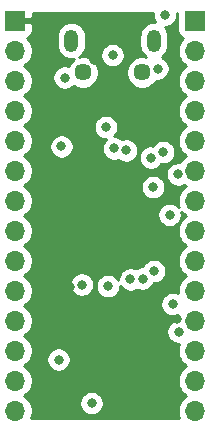
<source format=gbr>
%TF.GenerationSoftware,KiCad,Pcbnew,5.1.9-73d0e3b20d~88~ubuntu20.10.1*%
%TF.CreationDate,2021-02-02T19:11:44-06:00*%
%TF.ProjectId,serafino l432kc,73657261-6669-46e6-9f20-6c3433326b63,rev?*%
%TF.SameCoordinates,Original*%
%TF.FileFunction,Copper,L2,Inr*%
%TF.FilePolarity,Positive*%
%FSLAX46Y46*%
G04 Gerber Fmt 4.6, Leading zero omitted, Abs format (unit mm)*
G04 Created by KiCad (PCBNEW 5.1.9-73d0e3b20d~88~ubuntu20.10.1) date 2021-02-02 19:11:44*
%MOMM*%
%LPD*%
G01*
G04 APERTURE LIST*
%TA.AperFunction,ComponentPad*%
%ADD10O,1.700000X1.700000*%
%TD*%
%TA.AperFunction,ComponentPad*%
%ADD11R,1.700000X1.700000*%
%TD*%
%TA.AperFunction,ComponentPad*%
%ADD12C,1.450000*%
%TD*%
%TA.AperFunction,ComponentPad*%
%ADD13O,1.200000X1.900000*%
%TD*%
%TA.AperFunction,ViaPad*%
%ADD14C,0.800000*%
%TD*%
%TA.AperFunction,Conductor*%
%ADD15C,0.254000*%
%TD*%
%TA.AperFunction,Conductor*%
%ADD16C,0.100000*%
%TD*%
G04 APERTURE END LIST*
D10*
%TO.N,PA0*%
%TO.C,J3*%
X203962000Y-125349000D03*
%TO.N,LED0*%
X203962000Y-122809000D03*
%TO.N,LED1*%
X203962000Y-120269000D03*
%TO.N,PA3*%
X203962000Y-117729000D03*
%TO.N,SAI1_FS_B*%
X203962000Y-115189000D03*
%TO.N,SPI1_SCK*%
X203962000Y-112649000D03*
%TO.N,SPI1_MISO*%
X203962000Y-110109000D03*
%TO.N,SPI1_MOSI*%
X203962000Y-107569000D03*
%TO.N,SPI1_SS*%
X203962000Y-105029000D03*
%TO.N,PB1*%
X203962000Y-102489000D03*
%TO.N,CAN_RD*%
X203962000Y-99949000D03*
%TO.N,I2C1_SCL*%
X203962000Y-97409000D03*
%TO.N,I2C1_SDA*%
X203962000Y-94869000D03*
D11*
%TO.N,+3V3*%
X203962000Y-92329000D03*
%TD*%
%TO.N,GND*%
%TO.C,J2*%
X188722000Y-92329000D03*
D10*
%TO.N,VHIGH*%
X188722000Y-94869000D03*
%TO.N,CAN_TD*%
X188722000Y-97409000D03*
%TO.N,+VIN*%
X188722000Y-99949000D03*
%TO.N,SWDIO*%
X188722000Y-102489000D03*
%TO.N,SWCLK*%
X188722000Y-105029000D03*
%TO.N,PA15*%
X188722000Y-107569000D03*
%TO.N,SAI1_SCK_B*%
X188722000Y-110109000D03*
%TO.N,PB4*%
X188722000Y-112649000D03*
%TO.N,SAI1_SD_B*%
X188722000Y-115189000D03*
%TO.N,USART1_TX*%
X188722000Y-117729000D03*
%TO.N,USART1_RX*%
X188722000Y-120269000D03*
%TO.N,PA8*%
X188722000Y-122809000D03*
%TO.N,NRST*%
X188722000Y-125349000D03*
%TD*%
D12*
%TO.N,Net-(J1-Pad6)*%
%TO.C,J1*%
X199477000Y-96712500D03*
X194477000Y-96712500D03*
D13*
X200477000Y-94012500D03*
X193477000Y-94012500D03*
%TD*%
D14*
%TO.N,GND*%
X196469000Y-110236000D03*
X195326000Y-111379000D03*
X197612000Y-111379000D03*
X197612000Y-109220000D03*
X195326000Y-109220000D03*
X196476500Y-99695000D03*
X195389500Y-95631000D03*
X194578577Y-99104007D03*
X191135000Y-104076500D03*
X199245903Y-107860403D03*
X193392918Y-114877116D03*
X192087500Y-118491000D03*
X202438000Y-117602000D03*
X193040000Y-124587000D03*
%TO.N,NRST*%
X196574153Y-114804847D03*
X195199000Y-124714000D03*
%TO.N,+3V3*%
X197104000Y-103148998D03*
X196405500Y-101346000D03*
X200410814Y-106430814D03*
X194373500Y-114681000D03*
X201422000Y-91821000D03*
X202057000Y-116332000D03*
X192405000Y-121031000D03*
%TO.N,LED0*%
X199517000Y-114173000D03*
%TO.N,Net-(D2-Pad1)*%
X192913000Y-97155000D03*
X192651768Y-102973464D03*
%TO.N,Net-(J1-Pad6)*%
X200787000Y-96393000D03*
X196977000Y-95250000D03*
%TO.N,SPI1_MISO*%
X202578861Y-118663221D03*
%TO.N,PA0*%
X198496347Y-114224510D03*
%TO.N,I2C1_SCL*%
X201269600Y-103454200D03*
%TO.N,I2C1_SDA*%
X200227303Y-103927303D03*
%TO.N,LED1*%
X200469500Y-113538000D03*
%TO.N,PB1*%
X201803000Y-108775500D03*
%TO.N,PA8*%
X202528000Y-105333800D03*
%TO.N,CAN_TD*%
X198132967Y-103315637D03*
%TD*%
D15*
%TO.N,GND*%
X200387000Y-91719061D02*
X200387000Y-91922939D01*
X200426774Y-92122898D01*
X200504795Y-92311256D01*
X200585623Y-92432223D01*
X200477000Y-92421525D01*
X200234898Y-92445370D01*
X200002099Y-92515989D01*
X199787551Y-92630667D01*
X199599498Y-92784998D01*
X199445167Y-92973052D01*
X199330489Y-93187600D01*
X199259870Y-93420399D01*
X199242000Y-93601836D01*
X199242000Y-94423165D01*
X199259870Y-94604602D01*
X199330489Y-94837401D01*
X199445168Y-95051949D01*
X199599499Y-95240002D01*
X199776769Y-95385484D01*
X199610948Y-95352500D01*
X199343052Y-95352500D01*
X199080303Y-95404764D01*
X198832799Y-95507284D01*
X198610051Y-95656119D01*
X198420619Y-95845551D01*
X198271784Y-96068299D01*
X198169264Y-96315803D01*
X198117000Y-96578552D01*
X198117000Y-96846448D01*
X198169264Y-97109197D01*
X198271784Y-97356701D01*
X198420619Y-97579449D01*
X198610051Y-97768881D01*
X198832799Y-97917716D01*
X199080303Y-98020236D01*
X199343052Y-98072500D01*
X199610948Y-98072500D01*
X199873697Y-98020236D01*
X200121201Y-97917716D01*
X200343949Y-97768881D01*
X200533381Y-97579449D01*
X200640498Y-97419136D01*
X200685061Y-97428000D01*
X200888939Y-97428000D01*
X201088898Y-97388226D01*
X201277256Y-97310205D01*
X201446774Y-97196937D01*
X201590937Y-97052774D01*
X201704205Y-96883256D01*
X201782226Y-96694898D01*
X201822000Y-96494939D01*
X201822000Y-96291061D01*
X201782226Y-96091102D01*
X201704205Y-95902744D01*
X201590937Y-95733226D01*
X201446774Y-95589063D01*
X201277256Y-95475795D01*
X201128963Y-95414370D01*
X201166449Y-95394333D01*
X201354502Y-95240002D01*
X201508833Y-95051949D01*
X201623511Y-94837401D01*
X201694130Y-94604601D01*
X201712000Y-94423164D01*
X201712000Y-93601835D01*
X201694130Y-93420398D01*
X201623511Y-93187599D01*
X201508833Y-92973051D01*
X201412772Y-92856000D01*
X201523939Y-92856000D01*
X201723898Y-92816226D01*
X201912256Y-92738205D01*
X202081774Y-92624937D01*
X202225937Y-92480774D01*
X202339205Y-92311256D01*
X202417226Y-92122898D01*
X202457000Y-91922939D01*
X202457000Y-91719061D01*
X202456988Y-91719000D01*
X202473928Y-91719000D01*
X202473928Y-93179000D01*
X202486188Y-93303482D01*
X202522498Y-93423180D01*
X202581463Y-93533494D01*
X202660815Y-93630185D01*
X202757506Y-93709537D01*
X202867820Y-93768502D01*
X202940380Y-93790513D01*
X202808525Y-93922368D01*
X202646010Y-94165589D01*
X202534068Y-94435842D01*
X202477000Y-94722740D01*
X202477000Y-95015260D01*
X202534068Y-95302158D01*
X202646010Y-95572411D01*
X202808525Y-95815632D01*
X203015368Y-96022475D01*
X203189760Y-96139000D01*
X203015368Y-96255525D01*
X202808525Y-96462368D01*
X202646010Y-96705589D01*
X202534068Y-96975842D01*
X202477000Y-97262740D01*
X202477000Y-97555260D01*
X202534068Y-97842158D01*
X202646010Y-98112411D01*
X202808525Y-98355632D01*
X203015368Y-98562475D01*
X203189760Y-98679000D01*
X203015368Y-98795525D01*
X202808525Y-99002368D01*
X202646010Y-99245589D01*
X202534068Y-99515842D01*
X202477000Y-99802740D01*
X202477000Y-100095260D01*
X202534068Y-100382158D01*
X202646010Y-100652411D01*
X202808525Y-100895632D01*
X203015368Y-101102475D01*
X203189760Y-101219000D01*
X203015368Y-101335525D01*
X202808525Y-101542368D01*
X202646010Y-101785589D01*
X202534068Y-102055842D01*
X202477000Y-102342740D01*
X202477000Y-102635260D01*
X202534068Y-102922158D01*
X202646010Y-103192411D01*
X202808525Y-103435632D01*
X203015368Y-103642475D01*
X203189760Y-103759000D01*
X203015368Y-103875525D01*
X202808525Y-104082368D01*
X202659925Y-104304764D01*
X202629939Y-104298800D01*
X202426061Y-104298800D01*
X202226102Y-104338574D01*
X202037744Y-104416595D01*
X201868226Y-104529863D01*
X201724063Y-104674026D01*
X201610795Y-104843544D01*
X201532774Y-105031902D01*
X201493000Y-105231861D01*
X201493000Y-105435739D01*
X201532774Y-105635698D01*
X201610795Y-105824056D01*
X201724063Y-105993574D01*
X201868226Y-106137737D01*
X202037744Y-106251005D01*
X202226102Y-106329026D01*
X202426061Y-106368800D01*
X202629939Y-106368800D01*
X202829898Y-106329026D01*
X203018256Y-106251005D01*
X203068093Y-106217705D01*
X203189760Y-106299000D01*
X203015368Y-106415525D01*
X202808525Y-106622368D01*
X202646010Y-106865589D01*
X202534068Y-107135842D01*
X202477000Y-107422740D01*
X202477000Y-107715260D01*
X202534068Y-108002158D01*
X202562846Y-108071635D01*
X202462774Y-107971563D01*
X202293256Y-107858295D01*
X202104898Y-107780274D01*
X201904939Y-107740500D01*
X201701061Y-107740500D01*
X201501102Y-107780274D01*
X201312744Y-107858295D01*
X201143226Y-107971563D01*
X200999063Y-108115726D01*
X200885795Y-108285244D01*
X200807774Y-108473602D01*
X200768000Y-108673561D01*
X200768000Y-108877439D01*
X200807774Y-109077398D01*
X200885795Y-109265756D01*
X200999063Y-109435274D01*
X201143226Y-109579437D01*
X201312744Y-109692705D01*
X201501102Y-109770726D01*
X201701061Y-109810500D01*
X201904939Y-109810500D01*
X202104898Y-109770726D01*
X202293256Y-109692705D01*
X202462774Y-109579437D01*
X202606937Y-109435274D01*
X202720205Y-109265756D01*
X202798226Y-109077398D01*
X202838000Y-108877439D01*
X202838000Y-108673561D01*
X202805764Y-108511500D01*
X202808525Y-108515632D01*
X203015368Y-108722475D01*
X203189760Y-108839000D01*
X203015368Y-108955525D01*
X202808525Y-109162368D01*
X202646010Y-109405589D01*
X202534068Y-109675842D01*
X202477000Y-109962740D01*
X202477000Y-110255260D01*
X202534068Y-110542158D01*
X202646010Y-110812411D01*
X202808525Y-111055632D01*
X203015368Y-111262475D01*
X203189760Y-111379000D01*
X203015368Y-111495525D01*
X202808525Y-111702368D01*
X202646010Y-111945589D01*
X202534068Y-112215842D01*
X202477000Y-112502740D01*
X202477000Y-112795260D01*
X202534068Y-113082158D01*
X202646010Y-113352411D01*
X202808525Y-113595632D01*
X203015368Y-113802475D01*
X203189760Y-113919000D01*
X203015368Y-114035525D01*
X202808525Y-114242368D01*
X202646010Y-114485589D01*
X202534068Y-114755842D01*
X202477000Y-115042740D01*
X202477000Y-115335260D01*
X202487933Y-115390222D01*
X202358898Y-115336774D01*
X202158939Y-115297000D01*
X201955061Y-115297000D01*
X201755102Y-115336774D01*
X201566744Y-115414795D01*
X201397226Y-115528063D01*
X201253063Y-115672226D01*
X201139795Y-115841744D01*
X201061774Y-116030102D01*
X201022000Y-116230061D01*
X201022000Y-116433939D01*
X201061774Y-116633898D01*
X201139795Y-116822256D01*
X201253063Y-116991774D01*
X201397226Y-117135937D01*
X201566744Y-117249205D01*
X201755102Y-117327226D01*
X201955061Y-117367000D01*
X202158939Y-117367000D01*
X202358898Y-117327226D01*
X202547256Y-117249205D01*
X202555731Y-117243542D01*
X202534068Y-117295842D01*
X202477000Y-117582740D01*
X202477000Y-117628221D01*
X202476922Y-117628221D01*
X202276963Y-117667995D01*
X202088605Y-117746016D01*
X201919087Y-117859284D01*
X201774924Y-118003447D01*
X201661656Y-118172965D01*
X201583635Y-118361323D01*
X201543861Y-118561282D01*
X201543861Y-118765160D01*
X201583635Y-118965119D01*
X201661656Y-119153477D01*
X201774924Y-119322995D01*
X201919087Y-119467158D01*
X202088605Y-119580426D01*
X202276963Y-119658447D01*
X202476922Y-119698221D01*
X202591072Y-119698221D01*
X202534068Y-119835842D01*
X202477000Y-120122740D01*
X202477000Y-120415260D01*
X202534068Y-120702158D01*
X202646010Y-120972411D01*
X202808525Y-121215632D01*
X203015368Y-121422475D01*
X203189760Y-121539000D01*
X203015368Y-121655525D01*
X202808525Y-121862368D01*
X202646010Y-122105589D01*
X202534068Y-122375842D01*
X202477000Y-122662740D01*
X202477000Y-122955260D01*
X202534068Y-123242158D01*
X202646010Y-123512411D01*
X202808525Y-123755632D01*
X203015368Y-123962475D01*
X203189760Y-124079000D01*
X203015368Y-124195525D01*
X202808525Y-124402368D01*
X202646010Y-124645589D01*
X202534068Y-124915842D01*
X202477000Y-125202740D01*
X202477000Y-125495260D01*
X202534068Y-125782158D01*
X202607318Y-125959000D01*
X190076682Y-125959000D01*
X190149932Y-125782158D01*
X190207000Y-125495260D01*
X190207000Y-125202740D01*
X190149932Y-124915842D01*
X190037990Y-124645589D01*
X190015588Y-124612061D01*
X194164000Y-124612061D01*
X194164000Y-124815939D01*
X194203774Y-125015898D01*
X194281795Y-125204256D01*
X194395063Y-125373774D01*
X194539226Y-125517937D01*
X194708744Y-125631205D01*
X194897102Y-125709226D01*
X195097061Y-125749000D01*
X195300939Y-125749000D01*
X195500898Y-125709226D01*
X195689256Y-125631205D01*
X195858774Y-125517937D01*
X196002937Y-125373774D01*
X196116205Y-125204256D01*
X196194226Y-125015898D01*
X196234000Y-124815939D01*
X196234000Y-124612061D01*
X196194226Y-124412102D01*
X196116205Y-124223744D01*
X196002937Y-124054226D01*
X195858774Y-123910063D01*
X195689256Y-123796795D01*
X195500898Y-123718774D01*
X195300939Y-123679000D01*
X195097061Y-123679000D01*
X194897102Y-123718774D01*
X194708744Y-123796795D01*
X194539226Y-123910063D01*
X194395063Y-124054226D01*
X194281795Y-124223744D01*
X194203774Y-124412102D01*
X194164000Y-124612061D01*
X190015588Y-124612061D01*
X189875475Y-124402368D01*
X189668632Y-124195525D01*
X189494240Y-124079000D01*
X189668632Y-123962475D01*
X189875475Y-123755632D01*
X190037990Y-123512411D01*
X190149932Y-123242158D01*
X190207000Y-122955260D01*
X190207000Y-122662740D01*
X190149932Y-122375842D01*
X190037990Y-122105589D01*
X189875475Y-121862368D01*
X189668632Y-121655525D01*
X189494240Y-121539000D01*
X189668632Y-121422475D01*
X189875475Y-121215632D01*
X190037990Y-120972411D01*
X190055946Y-120929061D01*
X191370000Y-120929061D01*
X191370000Y-121132939D01*
X191409774Y-121332898D01*
X191487795Y-121521256D01*
X191601063Y-121690774D01*
X191745226Y-121834937D01*
X191914744Y-121948205D01*
X192103102Y-122026226D01*
X192303061Y-122066000D01*
X192506939Y-122066000D01*
X192706898Y-122026226D01*
X192895256Y-121948205D01*
X193064774Y-121834937D01*
X193208937Y-121690774D01*
X193322205Y-121521256D01*
X193400226Y-121332898D01*
X193440000Y-121132939D01*
X193440000Y-120929061D01*
X193400226Y-120729102D01*
X193322205Y-120540744D01*
X193208937Y-120371226D01*
X193064774Y-120227063D01*
X192895256Y-120113795D01*
X192706898Y-120035774D01*
X192506939Y-119996000D01*
X192303061Y-119996000D01*
X192103102Y-120035774D01*
X191914744Y-120113795D01*
X191745226Y-120227063D01*
X191601063Y-120371226D01*
X191487795Y-120540744D01*
X191409774Y-120729102D01*
X191370000Y-120929061D01*
X190055946Y-120929061D01*
X190149932Y-120702158D01*
X190207000Y-120415260D01*
X190207000Y-120122740D01*
X190149932Y-119835842D01*
X190037990Y-119565589D01*
X189875475Y-119322368D01*
X189668632Y-119115525D01*
X189494240Y-118999000D01*
X189668632Y-118882475D01*
X189875475Y-118675632D01*
X190037990Y-118432411D01*
X190149932Y-118162158D01*
X190207000Y-117875260D01*
X190207000Y-117582740D01*
X190149932Y-117295842D01*
X190037990Y-117025589D01*
X189875475Y-116782368D01*
X189668632Y-116575525D01*
X189494240Y-116459000D01*
X189668632Y-116342475D01*
X189875475Y-116135632D01*
X190037990Y-115892411D01*
X190149932Y-115622158D01*
X190207000Y-115335260D01*
X190207000Y-115042740D01*
X190149932Y-114755842D01*
X190076708Y-114579061D01*
X193338500Y-114579061D01*
X193338500Y-114782939D01*
X193378274Y-114982898D01*
X193456295Y-115171256D01*
X193569563Y-115340774D01*
X193713726Y-115484937D01*
X193883244Y-115598205D01*
X194071602Y-115676226D01*
X194271561Y-115716000D01*
X194475439Y-115716000D01*
X194675398Y-115676226D01*
X194863756Y-115598205D01*
X195033274Y-115484937D01*
X195177437Y-115340774D01*
X195290705Y-115171256D01*
X195368726Y-114982898D01*
X195408500Y-114782939D01*
X195408500Y-114702908D01*
X195539153Y-114702908D01*
X195539153Y-114906786D01*
X195578927Y-115106745D01*
X195656948Y-115295103D01*
X195770216Y-115464621D01*
X195914379Y-115608784D01*
X196083897Y-115722052D01*
X196272255Y-115800073D01*
X196472214Y-115839847D01*
X196676092Y-115839847D01*
X196876051Y-115800073D01*
X197064409Y-115722052D01*
X197233927Y-115608784D01*
X197378090Y-115464621D01*
X197491358Y-115295103D01*
X197569379Y-115106745D01*
X197609153Y-114906786D01*
X197609153Y-114759681D01*
X197692410Y-114884284D01*
X197836573Y-115028447D01*
X198006091Y-115141715D01*
X198194449Y-115219736D01*
X198394408Y-115259510D01*
X198598286Y-115259510D01*
X198798245Y-115219736D01*
X198986603Y-115141715D01*
X199049553Y-115099653D01*
X199215102Y-115168226D01*
X199415061Y-115208000D01*
X199618939Y-115208000D01*
X199818898Y-115168226D01*
X200007256Y-115090205D01*
X200176774Y-114976937D01*
X200320937Y-114832774D01*
X200434205Y-114663256D01*
X200471591Y-114573000D01*
X200571439Y-114573000D01*
X200771398Y-114533226D01*
X200959756Y-114455205D01*
X201129274Y-114341937D01*
X201273437Y-114197774D01*
X201386705Y-114028256D01*
X201464726Y-113839898D01*
X201504500Y-113639939D01*
X201504500Y-113436061D01*
X201464726Y-113236102D01*
X201386705Y-113047744D01*
X201273437Y-112878226D01*
X201129274Y-112734063D01*
X200959756Y-112620795D01*
X200771398Y-112542774D01*
X200571439Y-112503000D01*
X200367561Y-112503000D01*
X200167602Y-112542774D01*
X199979244Y-112620795D01*
X199809726Y-112734063D01*
X199665563Y-112878226D01*
X199552295Y-113047744D01*
X199514909Y-113138000D01*
X199415061Y-113138000D01*
X199215102Y-113177774D01*
X199026744Y-113255795D01*
X198963794Y-113297857D01*
X198798245Y-113229284D01*
X198598286Y-113189510D01*
X198394408Y-113189510D01*
X198194449Y-113229284D01*
X198006091Y-113307305D01*
X197836573Y-113420573D01*
X197692410Y-113564736D01*
X197579142Y-113734254D01*
X197501121Y-113922612D01*
X197461347Y-114122571D01*
X197461347Y-114269676D01*
X197378090Y-114145073D01*
X197233927Y-114000910D01*
X197064409Y-113887642D01*
X196876051Y-113809621D01*
X196676092Y-113769847D01*
X196472214Y-113769847D01*
X196272255Y-113809621D01*
X196083897Y-113887642D01*
X195914379Y-114000910D01*
X195770216Y-114145073D01*
X195656948Y-114314591D01*
X195578927Y-114502949D01*
X195539153Y-114702908D01*
X195408500Y-114702908D01*
X195408500Y-114579061D01*
X195368726Y-114379102D01*
X195290705Y-114190744D01*
X195177437Y-114021226D01*
X195033274Y-113877063D01*
X194863756Y-113763795D01*
X194675398Y-113685774D01*
X194475439Y-113646000D01*
X194271561Y-113646000D01*
X194071602Y-113685774D01*
X193883244Y-113763795D01*
X193713726Y-113877063D01*
X193569563Y-114021226D01*
X193456295Y-114190744D01*
X193378274Y-114379102D01*
X193338500Y-114579061D01*
X190076708Y-114579061D01*
X190037990Y-114485589D01*
X189875475Y-114242368D01*
X189668632Y-114035525D01*
X189494240Y-113919000D01*
X189668632Y-113802475D01*
X189875475Y-113595632D01*
X190037990Y-113352411D01*
X190149932Y-113082158D01*
X190207000Y-112795260D01*
X190207000Y-112502740D01*
X190149932Y-112215842D01*
X190037990Y-111945589D01*
X189875475Y-111702368D01*
X189668632Y-111495525D01*
X189494240Y-111379000D01*
X189668632Y-111262475D01*
X189875475Y-111055632D01*
X190037990Y-110812411D01*
X190149932Y-110542158D01*
X190207000Y-110255260D01*
X190207000Y-109962740D01*
X190149932Y-109675842D01*
X190037990Y-109405589D01*
X189875475Y-109162368D01*
X189668632Y-108955525D01*
X189494240Y-108839000D01*
X189668632Y-108722475D01*
X189875475Y-108515632D01*
X190037990Y-108272411D01*
X190149932Y-108002158D01*
X190207000Y-107715260D01*
X190207000Y-107422740D01*
X190149932Y-107135842D01*
X190037990Y-106865589D01*
X189875475Y-106622368D01*
X189668632Y-106415525D01*
X189538952Y-106328875D01*
X199375814Y-106328875D01*
X199375814Y-106532753D01*
X199415588Y-106732712D01*
X199493609Y-106921070D01*
X199606877Y-107090588D01*
X199751040Y-107234751D01*
X199920558Y-107348019D01*
X200108916Y-107426040D01*
X200308875Y-107465814D01*
X200512753Y-107465814D01*
X200712712Y-107426040D01*
X200901070Y-107348019D01*
X201070588Y-107234751D01*
X201214751Y-107090588D01*
X201328019Y-106921070D01*
X201406040Y-106732712D01*
X201445814Y-106532753D01*
X201445814Y-106328875D01*
X201406040Y-106128916D01*
X201328019Y-105940558D01*
X201214751Y-105771040D01*
X201070588Y-105626877D01*
X200901070Y-105513609D01*
X200712712Y-105435588D01*
X200512753Y-105395814D01*
X200308875Y-105395814D01*
X200108916Y-105435588D01*
X199920558Y-105513609D01*
X199751040Y-105626877D01*
X199606877Y-105771040D01*
X199493609Y-105940558D01*
X199415588Y-106128916D01*
X199375814Y-106328875D01*
X189538952Y-106328875D01*
X189494240Y-106299000D01*
X189668632Y-106182475D01*
X189875475Y-105975632D01*
X190037990Y-105732411D01*
X190149932Y-105462158D01*
X190207000Y-105175260D01*
X190207000Y-104882740D01*
X190149932Y-104595842D01*
X190037990Y-104325589D01*
X189875475Y-104082368D01*
X189668632Y-103875525D01*
X189494240Y-103759000D01*
X189668632Y-103642475D01*
X189875475Y-103435632D01*
X190037990Y-103192411D01*
X190149932Y-102922158D01*
X190160003Y-102871525D01*
X191616768Y-102871525D01*
X191616768Y-103075403D01*
X191656542Y-103275362D01*
X191734563Y-103463720D01*
X191847831Y-103633238D01*
X191991994Y-103777401D01*
X192161512Y-103890669D01*
X192349870Y-103968690D01*
X192549829Y-104008464D01*
X192753707Y-104008464D01*
X192953666Y-103968690D01*
X193142024Y-103890669D01*
X193311542Y-103777401D01*
X193455705Y-103633238D01*
X193568973Y-103463720D01*
X193646994Y-103275362D01*
X193686768Y-103075403D01*
X193686768Y-102871525D01*
X193646994Y-102671566D01*
X193568973Y-102483208D01*
X193455705Y-102313690D01*
X193311542Y-102169527D01*
X193142024Y-102056259D01*
X192953666Y-101978238D01*
X192753707Y-101938464D01*
X192549829Y-101938464D01*
X192349870Y-101978238D01*
X192161512Y-102056259D01*
X191991994Y-102169527D01*
X191847831Y-102313690D01*
X191734563Y-102483208D01*
X191656542Y-102671566D01*
X191616768Y-102871525D01*
X190160003Y-102871525D01*
X190207000Y-102635260D01*
X190207000Y-102342740D01*
X190149932Y-102055842D01*
X190037990Y-101785589D01*
X189875475Y-101542368D01*
X189668632Y-101335525D01*
X189531747Y-101244061D01*
X195370500Y-101244061D01*
X195370500Y-101447939D01*
X195410274Y-101647898D01*
X195488295Y-101836256D01*
X195601563Y-102005774D01*
X195745726Y-102149937D01*
X195915244Y-102263205D01*
X196103602Y-102341226D01*
X196303561Y-102381000D01*
X196408287Y-102381000D01*
X196300063Y-102489224D01*
X196186795Y-102658742D01*
X196108774Y-102847100D01*
X196069000Y-103047059D01*
X196069000Y-103250937D01*
X196108774Y-103450896D01*
X196186795Y-103639254D01*
X196300063Y-103808772D01*
X196444226Y-103952935D01*
X196613744Y-104066203D01*
X196802102Y-104144224D01*
X197002061Y-104183998D01*
X197205939Y-104183998D01*
X197405898Y-104144224D01*
X197470913Y-104117294D01*
X197473193Y-104119574D01*
X197642711Y-104232842D01*
X197831069Y-104310863D01*
X198031028Y-104350637D01*
X198234906Y-104350637D01*
X198434865Y-104310863D01*
X198623223Y-104232842D01*
X198792741Y-104119574D01*
X198936904Y-103975411D01*
X199037161Y-103825364D01*
X199192303Y-103825364D01*
X199192303Y-104029242D01*
X199232077Y-104229201D01*
X199310098Y-104417559D01*
X199423366Y-104587077D01*
X199567529Y-104731240D01*
X199737047Y-104844508D01*
X199925405Y-104922529D01*
X200125364Y-104962303D01*
X200329242Y-104962303D01*
X200529201Y-104922529D01*
X200717559Y-104844508D01*
X200887077Y-104731240D01*
X201031240Y-104587077D01*
X201104971Y-104476730D01*
X201167661Y-104489200D01*
X201371539Y-104489200D01*
X201571498Y-104449426D01*
X201759856Y-104371405D01*
X201929374Y-104258137D01*
X202073537Y-104113974D01*
X202186805Y-103944456D01*
X202264826Y-103756098D01*
X202304600Y-103556139D01*
X202304600Y-103352261D01*
X202264826Y-103152302D01*
X202186805Y-102963944D01*
X202073537Y-102794426D01*
X201929374Y-102650263D01*
X201759856Y-102536995D01*
X201571498Y-102458974D01*
X201371539Y-102419200D01*
X201167661Y-102419200D01*
X200967702Y-102458974D01*
X200779344Y-102536995D01*
X200609826Y-102650263D01*
X200465663Y-102794426D01*
X200391932Y-102904773D01*
X200329242Y-102892303D01*
X200125364Y-102892303D01*
X199925405Y-102932077D01*
X199737047Y-103010098D01*
X199567529Y-103123366D01*
X199423366Y-103267529D01*
X199310098Y-103437047D01*
X199232077Y-103625405D01*
X199192303Y-103825364D01*
X199037161Y-103825364D01*
X199050172Y-103805893D01*
X199128193Y-103617535D01*
X199167967Y-103417576D01*
X199167967Y-103213698D01*
X199128193Y-103013739D01*
X199050172Y-102825381D01*
X198936904Y-102655863D01*
X198792741Y-102511700D01*
X198623223Y-102398432D01*
X198434865Y-102320411D01*
X198234906Y-102280637D01*
X198031028Y-102280637D01*
X197831069Y-102320411D01*
X197766054Y-102347341D01*
X197763774Y-102345061D01*
X197594256Y-102231793D01*
X197405898Y-102153772D01*
X197205939Y-102113998D01*
X197101213Y-102113998D01*
X197209437Y-102005774D01*
X197322705Y-101836256D01*
X197400726Y-101647898D01*
X197440500Y-101447939D01*
X197440500Y-101244061D01*
X197400726Y-101044102D01*
X197322705Y-100855744D01*
X197209437Y-100686226D01*
X197065274Y-100542063D01*
X196895756Y-100428795D01*
X196707398Y-100350774D01*
X196507439Y-100311000D01*
X196303561Y-100311000D01*
X196103602Y-100350774D01*
X195915244Y-100428795D01*
X195745726Y-100542063D01*
X195601563Y-100686226D01*
X195488295Y-100855744D01*
X195410274Y-101044102D01*
X195370500Y-101244061D01*
X189531747Y-101244061D01*
X189494240Y-101219000D01*
X189668632Y-101102475D01*
X189875475Y-100895632D01*
X190037990Y-100652411D01*
X190149932Y-100382158D01*
X190207000Y-100095260D01*
X190207000Y-99802740D01*
X190149932Y-99515842D01*
X190037990Y-99245589D01*
X189875475Y-99002368D01*
X189668632Y-98795525D01*
X189494240Y-98679000D01*
X189668632Y-98562475D01*
X189875475Y-98355632D01*
X190037990Y-98112411D01*
X190149932Y-97842158D01*
X190207000Y-97555260D01*
X190207000Y-97262740D01*
X190165292Y-97053061D01*
X191878000Y-97053061D01*
X191878000Y-97256939D01*
X191917774Y-97456898D01*
X191995795Y-97645256D01*
X192109063Y-97814774D01*
X192253226Y-97958937D01*
X192422744Y-98072205D01*
X192611102Y-98150226D01*
X192811061Y-98190000D01*
X193014939Y-98190000D01*
X193214898Y-98150226D01*
X193403256Y-98072205D01*
X193572774Y-97958937D01*
X193701635Y-97830076D01*
X193832799Y-97917716D01*
X194080303Y-98020236D01*
X194343052Y-98072500D01*
X194610948Y-98072500D01*
X194873697Y-98020236D01*
X195121201Y-97917716D01*
X195343949Y-97768881D01*
X195533381Y-97579449D01*
X195682216Y-97356701D01*
X195784736Y-97109197D01*
X195837000Y-96846448D01*
X195837000Y-96578552D01*
X195784736Y-96315803D01*
X195682216Y-96068299D01*
X195533381Y-95845551D01*
X195343949Y-95656119D01*
X195121201Y-95507284D01*
X194873697Y-95404764D01*
X194610948Y-95352500D01*
X194343052Y-95352500D01*
X194177231Y-95385484D01*
X194354502Y-95240002D01*
X194429955Y-95148061D01*
X195942000Y-95148061D01*
X195942000Y-95351939D01*
X195981774Y-95551898D01*
X196059795Y-95740256D01*
X196173063Y-95909774D01*
X196317226Y-96053937D01*
X196486744Y-96167205D01*
X196675102Y-96245226D01*
X196875061Y-96285000D01*
X197078939Y-96285000D01*
X197278898Y-96245226D01*
X197467256Y-96167205D01*
X197636774Y-96053937D01*
X197780937Y-95909774D01*
X197894205Y-95740256D01*
X197972226Y-95551898D01*
X198012000Y-95351939D01*
X198012000Y-95148061D01*
X197972226Y-94948102D01*
X197894205Y-94759744D01*
X197780937Y-94590226D01*
X197636774Y-94446063D01*
X197467256Y-94332795D01*
X197278898Y-94254774D01*
X197078939Y-94215000D01*
X196875061Y-94215000D01*
X196675102Y-94254774D01*
X196486744Y-94332795D01*
X196317226Y-94446063D01*
X196173063Y-94590226D01*
X196059795Y-94759744D01*
X195981774Y-94948102D01*
X195942000Y-95148061D01*
X194429955Y-95148061D01*
X194508833Y-95051949D01*
X194623511Y-94837401D01*
X194694130Y-94604602D01*
X194712000Y-94423165D01*
X194712000Y-93601836D01*
X194694130Y-93420399D01*
X194623511Y-93187599D01*
X194508833Y-92973051D01*
X194354502Y-92784998D01*
X194166449Y-92630667D01*
X193951901Y-92515989D01*
X193719102Y-92445370D01*
X193477000Y-92421525D01*
X193234899Y-92445370D01*
X193002100Y-92515989D01*
X192787552Y-92630667D01*
X192599499Y-92784998D01*
X192445168Y-92973051D01*
X192330489Y-93187599D01*
X192259870Y-93420398D01*
X192242000Y-93601835D01*
X192242000Y-94423164D01*
X192259870Y-94604601D01*
X192330489Y-94837400D01*
X192445167Y-95051948D01*
X192599498Y-95240002D01*
X192787551Y-95394333D01*
X193002099Y-95509011D01*
X193234898Y-95579630D01*
X193477000Y-95603475D01*
X193719101Y-95579630D01*
X193729035Y-95576616D01*
X193610051Y-95656119D01*
X193420619Y-95845551D01*
X193271784Y-96068299D01*
X193231112Y-96166490D01*
X193214898Y-96159774D01*
X193014939Y-96120000D01*
X192811061Y-96120000D01*
X192611102Y-96159774D01*
X192422744Y-96237795D01*
X192253226Y-96351063D01*
X192109063Y-96495226D01*
X191995795Y-96664744D01*
X191917774Y-96853102D01*
X191878000Y-97053061D01*
X190165292Y-97053061D01*
X190149932Y-96975842D01*
X190037990Y-96705589D01*
X189875475Y-96462368D01*
X189668632Y-96255525D01*
X189494240Y-96139000D01*
X189668632Y-96022475D01*
X189875475Y-95815632D01*
X190037990Y-95572411D01*
X190149932Y-95302158D01*
X190207000Y-95015260D01*
X190207000Y-94722740D01*
X190149932Y-94435842D01*
X190037990Y-94165589D01*
X189875475Y-93922368D01*
X189743620Y-93790513D01*
X189816180Y-93768502D01*
X189926494Y-93709537D01*
X190023185Y-93630185D01*
X190102537Y-93533494D01*
X190161502Y-93423180D01*
X190197812Y-93303482D01*
X190210072Y-93179000D01*
X190207000Y-92614750D01*
X190048250Y-92456000D01*
X188849000Y-92456000D01*
X188849000Y-92476000D01*
X188595000Y-92476000D01*
X188595000Y-92456000D01*
X188575000Y-92456000D01*
X188575000Y-92202000D01*
X188595000Y-92202000D01*
X188595000Y-92182000D01*
X188849000Y-92182000D01*
X188849000Y-92202000D01*
X190048250Y-92202000D01*
X190207000Y-92043250D01*
X190208765Y-91719000D01*
X200387012Y-91719000D01*
X200387000Y-91719061D01*
%TA.AperFunction,Conductor*%
D16*
G36*
X200387000Y-91719061D02*
G01*
X200387000Y-91922939D01*
X200426774Y-92122898D01*
X200504795Y-92311256D01*
X200585623Y-92432223D01*
X200477000Y-92421525D01*
X200234898Y-92445370D01*
X200002099Y-92515989D01*
X199787551Y-92630667D01*
X199599498Y-92784998D01*
X199445167Y-92973052D01*
X199330489Y-93187600D01*
X199259870Y-93420399D01*
X199242000Y-93601836D01*
X199242000Y-94423165D01*
X199259870Y-94604602D01*
X199330489Y-94837401D01*
X199445168Y-95051949D01*
X199599499Y-95240002D01*
X199776769Y-95385484D01*
X199610948Y-95352500D01*
X199343052Y-95352500D01*
X199080303Y-95404764D01*
X198832799Y-95507284D01*
X198610051Y-95656119D01*
X198420619Y-95845551D01*
X198271784Y-96068299D01*
X198169264Y-96315803D01*
X198117000Y-96578552D01*
X198117000Y-96846448D01*
X198169264Y-97109197D01*
X198271784Y-97356701D01*
X198420619Y-97579449D01*
X198610051Y-97768881D01*
X198832799Y-97917716D01*
X199080303Y-98020236D01*
X199343052Y-98072500D01*
X199610948Y-98072500D01*
X199873697Y-98020236D01*
X200121201Y-97917716D01*
X200343949Y-97768881D01*
X200533381Y-97579449D01*
X200640498Y-97419136D01*
X200685061Y-97428000D01*
X200888939Y-97428000D01*
X201088898Y-97388226D01*
X201277256Y-97310205D01*
X201446774Y-97196937D01*
X201590937Y-97052774D01*
X201704205Y-96883256D01*
X201782226Y-96694898D01*
X201822000Y-96494939D01*
X201822000Y-96291061D01*
X201782226Y-96091102D01*
X201704205Y-95902744D01*
X201590937Y-95733226D01*
X201446774Y-95589063D01*
X201277256Y-95475795D01*
X201128963Y-95414370D01*
X201166449Y-95394333D01*
X201354502Y-95240002D01*
X201508833Y-95051949D01*
X201623511Y-94837401D01*
X201694130Y-94604601D01*
X201712000Y-94423164D01*
X201712000Y-93601835D01*
X201694130Y-93420398D01*
X201623511Y-93187599D01*
X201508833Y-92973051D01*
X201412772Y-92856000D01*
X201523939Y-92856000D01*
X201723898Y-92816226D01*
X201912256Y-92738205D01*
X202081774Y-92624937D01*
X202225937Y-92480774D01*
X202339205Y-92311256D01*
X202417226Y-92122898D01*
X202457000Y-91922939D01*
X202457000Y-91719061D01*
X202456988Y-91719000D01*
X202473928Y-91719000D01*
X202473928Y-93179000D01*
X202486188Y-93303482D01*
X202522498Y-93423180D01*
X202581463Y-93533494D01*
X202660815Y-93630185D01*
X202757506Y-93709537D01*
X202867820Y-93768502D01*
X202940380Y-93790513D01*
X202808525Y-93922368D01*
X202646010Y-94165589D01*
X202534068Y-94435842D01*
X202477000Y-94722740D01*
X202477000Y-95015260D01*
X202534068Y-95302158D01*
X202646010Y-95572411D01*
X202808525Y-95815632D01*
X203015368Y-96022475D01*
X203189760Y-96139000D01*
X203015368Y-96255525D01*
X202808525Y-96462368D01*
X202646010Y-96705589D01*
X202534068Y-96975842D01*
X202477000Y-97262740D01*
X202477000Y-97555260D01*
X202534068Y-97842158D01*
X202646010Y-98112411D01*
X202808525Y-98355632D01*
X203015368Y-98562475D01*
X203189760Y-98679000D01*
X203015368Y-98795525D01*
X202808525Y-99002368D01*
X202646010Y-99245589D01*
X202534068Y-99515842D01*
X202477000Y-99802740D01*
X202477000Y-100095260D01*
X202534068Y-100382158D01*
X202646010Y-100652411D01*
X202808525Y-100895632D01*
X203015368Y-101102475D01*
X203189760Y-101219000D01*
X203015368Y-101335525D01*
X202808525Y-101542368D01*
X202646010Y-101785589D01*
X202534068Y-102055842D01*
X202477000Y-102342740D01*
X202477000Y-102635260D01*
X202534068Y-102922158D01*
X202646010Y-103192411D01*
X202808525Y-103435632D01*
X203015368Y-103642475D01*
X203189760Y-103759000D01*
X203015368Y-103875525D01*
X202808525Y-104082368D01*
X202659925Y-104304764D01*
X202629939Y-104298800D01*
X202426061Y-104298800D01*
X202226102Y-104338574D01*
X202037744Y-104416595D01*
X201868226Y-104529863D01*
X201724063Y-104674026D01*
X201610795Y-104843544D01*
X201532774Y-105031902D01*
X201493000Y-105231861D01*
X201493000Y-105435739D01*
X201532774Y-105635698D01*
X201610795Y-105824056D01*
X201724063Y-105993574D01*
X201868226Y-106137737D01*
X202037744Y-106251005D01*
X202226102Y-106329026D01*
X202426061Y-106368800D01*
X202629939Y-106368800D01*
X202829898Y-106329026D01*
X203018256Y-106251005D01*
X203068093Y-106217705D01*
X203189760Y-106299000D01*
X203015368Y-106415525D01*
X202808525Y-106622368D01*
X202646010Y-106865589D01*
X202534068Y-107135842D01*
X202477000Y-107422740D01*
X202477000Y-107715260D01*
X202534068Y-108002158D01*
X202562846Y-108071635D01*
X202462774Y-107971563D01*
X202293256Y-107858295D01*
X202104898Y-107780274D01*
X201904939Y-107740500D01*
X201701061Y-107740500D01*
X201501102Y-107780274D01*
X201312744Y-107858295D01*
X201143226Y-107971563D01*
X200999063Y-108115726D01*
X200885795Y-108285244D01*
X200807774Y-108473602D01*
X200768000Y-108673561D01*
X200768000Y-108877439D01*
X200807774Y-109077398D01*
X200885795Y-109265756D01*
X200999063Y-109435274D01*
X201143226Y-109579437D01*
X201312744Y-109692705D01*
X201501102Y-109770726D01*
X201701061Y-109810500D01*
X201904939Y-109810500D01*
X202104898Y-109770726D01*
X202293256Y-109692705D01*
X202462774Y-109579437D01*
X202606937Y-109435274D01*
X202720205Y-109265756D01*
X202798226Y-109077398D01*
X202838000Y-108877439D01*
X202838000Y-108673561D01*
X202805764Y-108511500D01*
X202808525Y-108515632D01*
X203015368Y-108722475D01*
X203189760Y-108839000D01*
X203015368Y-108955525D01*
X202808525Y-109162368D01*
X202646010Y-109405589D01*
X202534068Y-109675842D01*
X202477000Y-109962740D01*
X202477000Y-110255260D01*
X202534068Y-110542158D01*
X202646010Y-110812411D01*
X202808525Y-111055632D01*
X203015368Y-111262475D01*
X203189760Y-111379000D01*
X203015368Y-111495525D01*
X202808525Y-111702368D01*
X202646010Y-111945589D01*
X202534068Y-112215842D01*
X202477000Y-112502740D01*
X202477000Y-112795260D01*
X202534068Y-113082158D01*
X202646010Y-113352411D01*
X202808525Y-113595632D01*
X203015368Y-113802475D01*
X203189760Y-113919000D01*
X203015368Y-114035525D01*
X202808525Y-114242368D01*
X202646010Y-114485589D01*
X202534068Y-114755842D01*
X202477000Y-115042740D01*
X202477000Y-115335260D01*
X202487933Y-115390222D01*
X202358898Y-115336774D01*
X202158939Y-115297000D01*
X201955061Y-115297000D01*
X201755102Y-115336774D01*
X201566744Y-115414795D01*
X201397226Y-115528063D01*
X201253063Y-115672226D01*
X201139795Y-115841744D01*
X201061774Y-116030102D01*
X201022000Y-116230061D01*
X201022000Y-116433939D01*
X201061774Y-116633898D01*
X201139795Y-116822256D01*
X201253063Y-116991774D01*
X201397226Y-117135937D01*
X201566744Y-117249205D01*
X201755102Y-117327226D01*
X201955061Y-117367000D01*
X202158939Y-117367000D01*
X202358898Y-117327226D01*
X202547256Y-117249205D01*
X202555731Y-117243542D01*
X202534068Y-117295842D01*
X202477000Y-117582740D01*
X202477000Y-117628221D01*
X202476922Y-117628221D01*
X202276963Y-117667995D01*
X202088605Y-117746016D01*
X201919087Y-117859284D01*
X201774924Y-118003447D01*
X201661656Y-118172965D01*
X201583635Y-118361323D01*
X201543861Y-118561282D01*
X201543861Y-118765160D01*
X201583635Y-118965119D01*
X201661656Y-119153477D01*
X201774924Y-119322995D01*
X201919087Y-119467158D01*
X202088605Y-119580426D01*
X202276963Y-119658447D01*
X202476922Y-119698221D01*
X202591072Y-119698221D01*
X202534068Y-119835842D01*
X202477000Y-120122740D01*
X202477000Y-120415260D01*
X202534068Y-120702158D01*
X202646010Y-120972411D01*
X202808525Y-121215632D01*
X203015368Y-121422475D01*
X203189760Y-121539000D01*
X203015368Y-121655525D01*
X202808525Y-121862368D01*
X202646010Y-122105589D01*
X202534068Y-122375842D01*
X202477000Y-122662740D01*
X202477000Y-122955260D01*
X202534068Y-123242158D01*
X202646010Y-123512411D01*
X202808525Y-123755632D01*
X203015368Y-123962475D01*
X203189760Y-124079000D01*
X203015368Y-124195525D01*
X202808525Y-124402368D01*
X202646010Y-124645589D01*
X202534068Y-124915842D01*
X202477000Y-125202740D01*
X202477000Y-125495260D01*
X202534068Y-125782158D01*
X202607318Y-125959000D01*
X190076682Y-125959000D01*
X190149932Y-125782158D01*
X190207000Y-125495260D01*
X190207000Y-125202740D01*
X190149932Y-124915842D01*
X190037990Y-124645589D01*
X190015588Y-124612061D01*
X194164000Y-124612061D01*
X194164000Y-124815939D01*
X194203774Y-125015898D01*
X194281795Y-125204256D01*
X194395063Y-125373774D01*
X194539226Y-125517937D01*
X194708744Y-125631205D01*
X194897102Y-125709226D01*
X195097061Y-125749000D01*
X195300939Y-125749000D01*
X195500898Y-125709226D01*
X195689256Y-125631205D01*
X195858774Y-125517937D01*
X196002937Y-125373774D01*
X196116205Y-125204256D01*
X196194226Y-125015898D01*
X196234000Y-124815939D01*
X196234000Y-124612061D01*
X196194226Y-124412102D01*
X196116205Y-124223744D01*
X196002937Y-124054226D01*
X195858774Y-123910063D01*
X195689256Y-123796795D01*
X195500898Y-123718774D01*
X195300939Y-123679000D01*
X195097061Y-123679000D01*
X194897102Y-123718774D01*
X194708744Y-123796795D01*
X194539226Y-123910063D01*
X194395063Y-124054226D01*
X194281795Y-124223744D01*
X194203774Y-124412102D01*
X194164000Y-124612061D01*
X190015588Y-124612061D01*
X189875475Y-124402368D01*
X189668632Y-124195525D01*
X189494240Y-124079000D01*
X189668632Y-123962475D01*
X189875475Y-123755632D01*
X190037990Y-123512411D01*
X190149932Y-123242158D01*
X190207000Y-122955260D01*
X190207000Y-122662740D01*
X190149932Y-122375842D01*
X190037990Y-122105589D01*
X189875475Y-121862368D01*
X189668632Y-121655525D01*
X189494240Y-121539000D01*
X189668632Y-121422475D01*
X189875475Y-121215632D01*
X190037990Y-120972411D01*
X190055946Y-120929061D01*
X191370000Y-120929061D01*
X191370000Y-121132939D01*
X191409774Y-121332898D01*
X191487795Y-121521256D01*
X191601063Y-121690774D01*
X191745226Y-121834937D01*
X191914744Y-121948205D01*
X192103102Y-122026226D01*
X192303061Y-122066000D01*
X192506939Y-122066000D01*
X192706898Y-122026226D01*
X192895256Y-121948205D01*
X193064774Y-121834937D01*
X193208937Y-121690774D01*
X193322205Y-121521256D01*
X193400226Y-121332898D01*
X193440000Y-121132939D01*
X193440000Y-120929061D01*
X193400226Y-120729102D01*
X193322205Y-120540744D01*
X193208937Y-120371226D01*
X193064774Y-120227063D01*
X192895256Y-120113795D01*
X192706898Y-120035774D01*
X192506939Y-119996000D01*
X192303061Y-119996000D01*
X192103102Y-120035774D01*
X191914744Y-120113795D01*
X191745226Y-120227063D01*
X191601063Y-120371226D01*
X191487795Y-120540744D01*
X191409774Y-120729102D01*
X191370000Y-120929061D01*
X190055946Y-120929061D01*
X190149932Y-120702158D01*
X190207000Y-120415260D01*
X190207000Y-120122740D01*
X190149932Y-119835842D01*
X190037990Y-119565589D01*
X189875475Y-119322368D01*
X189668632Y-119115525D01*
X189494240Y-118999000D01*
X189668632Y-118882475D01*
X189875475Y-118675632D01*
X190037990Y-118432411D01*
X190149932Y-118162158D01*
X190207000Y-117875260D01*
X190207000Y-117582740D01*
X190149932Y-117295842D01*
X190037990Y-117025589D01*
X189875475Y-116782368D01*
X189668632Y-116575525D01*
X189494240Y-116459000D01*
X189668632Y-116342475D01*
X189875475Y-116135632D01*
X190037990Y-115892411D01*
X190149932Y-115622158D01*
X190207000Y-115335260D01*
X190207000Y-115042740D01*
X190149932Y-114755842D01*
X190076708Y-114579061D01*
X193338500Y-114579061D01*
X193338500Y-114782939D01*
X193378274Y-114982898D01*
X193456295Y-115171256D01*
X193569563Y-115340774D01*
X193713726Y-115484937D01*
X193883244Y-115598205D01*
X194071602Y-115676226D01*
X194271561Y-115716000D01*
X194475439Y-115716000D01*
X194675398Y-115676226D01*
X194863756Y-115598205D01*
X195033274Y-115484937D01*
X195177437Y-115340774D01*
X195290705Y-115171256D01*
X195368726Y-114982898D01*
X195408500Y-114782939D01*
X195408500Y-114702908D01*
X195539153Y-114702908D01*
X195539153Y-114906786D01*
X195578927Y-115106745D01*
X195656948Y-115295103D01*
X195770216Y-115464621D01*
X195914379Y-115608784D01*
X196083897Y-115722052D01*
X196272255Y-115800073D01*
X196472214Y-115839847D01*
X196676092Y-115839847D01*
X196876051Y-115800073D01*
X197064409Y-115722052D01*
X197233927Y-115608784D01*
X197378090Y-115464621D01*
X197491358Y-115295103D01*
X197569379Y-115106745D01*
X197609153Y-114906786D01*
X197609153Y-114759681D01*
X197692410Y-114884284D01*
X197836573Y-115028447D01*
X198006091Y-115141715D01*
X198194449Y-115219736D01*
X198394408Y-115259510D01*
X198598286Y-115259510D01*
X198798245Y-115219736D01*
X198986603Y-115141715D01*
X199049553Y-115099653D01*
X199215102Y-115168226D01*
X199415061Y-115208000D01*
X199618939Y-115208000D01*
X199818898Y-115168226D01*
X200007256Y-115090205D01*
X200176774Y-114976937D01*
X200320937Y-114832774D01*
X200434205Y-114663256D01*
X200471591Y-114573000D01*
X200571439Y-114573000D01*
X200771398Y-114533226D01*
X200959756Y-114455205D01*
X201129274Y-114341937D01*
X201273437Y-114197774D01*
X201386705Y-114028256D01*
X201464726Y-113839898D01*
X201504500Y-113639939D01*
X201504500Y-113436061D01*
X201464726Y-113236102D01*
X201386705Y-113047744D01*
X201273437Y-112878226D01*
X201129274Y-112734063D01*
X200959756Y-112620795D01*
X200771398Y-112542774D01*
X200571439Y-112503000D01*
X200367561Y-112503000D01*
X200167602Y-112542774D01*
X199979244Y-112620795D01*
X199809726Y-112734063D01*
X199665563Y-112878226D01*
X199552295Y-113047744D01*
X199514909Y-113138000D01*
X199415061Y-113138000D01*
X199215102Y-113177774D01*
X199026744Y-113255795D01*
X198963794Y-113297857D01*
X198798245Y-113229284D01*
X198598286Y-113189510D01*
X198394408Y-113189510D01*
X198194449Y-113229284D01*
X198006091Y-113307305D01*
X197836573Y-113420573D01*
X197692410Y-113564736D01*
X197579142Y-113734254D01*
X197501121Y-113922612D01*
X197461347Y-114122571D01*
X197461347Y-114269676D01*
X197378090Y-114145073D01*
X197233927Y-114000910D01*
X197064409Y-113887642D01*
X196876051Y-113809621D01*
X196676092Y-113769847D01*
X196472214Y-113769847D01*
X196272255Y-113809621D01*
X196083897Y-113887642D01*
X195914379Y-114000910D01*
X195770216Y-114145073D01*
X195656948Y-114314591D01*
X195578927Y-114502949D01*
X195539153Y-114702908D01*
X195408500Y-114702908D01*
X195408500Y-114579061D01*
X195368726Y-114379102D01*
X195290705Y-114190744D01*
X195177437Y-114021226D01*
X195033274Y-113877063D01*
X194863756Y-113763795D01*
X194675398Y-113685774D01*
X194475439Y-113646000D01*
X194271561Y-113646000D01*
X194071602Y-113685774D01*
X193883244Y-113763795D01*
X193713726Y-113877063D01*
X193569563Y-114021226D01*
X193456295Y-114190744D01*
X193378274Y-114379102D01*
X193338500Y-114579061D01*
X190076708Y-114579061D01*
X190037990Y-114485589D01*
X189875475Y-114242368D01*
X189668632Y-114035525D01*
X189494240Y-113919000D01*
X189668632Y-113802475D01*
X189875475Y-113595632D01*
X190037990Y-113352411D01*
X190149932Y-113082158D01*
X190207000Y-112795260D01*
X190207000Y-112502740D01*
X190149932Y-112215842D01*
X190037990Y-111945589D01*
X189875475Y-111702368D01*
X189668632Y-111495525D01*
X189494240Y-111379000D01*
X189668632Y-111262475D01*
X189875475Y-111055632D01*
X190037990Y-110812411D01*
X190149932Y-110542158D01*
X190207000Y-110255260D01*
X190207000Y-109962740D01*
X190149932Y-109675842D01*
X190037990Y-109405589D01*
X189875475Y-109162368D01*
X189668632Y-108955525D01*
X189494240Y-108839000D01*
X189668632Y-108722475D01*
X189875475Y-108515632D01*
X190037990Y-108272411D01*
X190149932Y-108002158D01*
X190207000Y-107715260D01*
X190207000Y-107422740D01*
X190149932Y-107135842D01*
X190037990Y-106865589D01*
X189875475Y-106622368D01*
X189668632Y-106415525D01*
X189538952Y-106328875D01*
X199375814Y-106328875D01*
X199375814Y-106532753D01*
X199415588Y-106732712D01*
X199493609Y-106921070D01*
X199606877Y-107090588D01*
X199751040Y-107234751D01*
X199920558Y-107348019D01*
X200108916Y-107426040D01*
X200308875Y-107465814D01*
X200512753Y-107465814D01*
X200712712Y-107426040D01*
X200901070Y-107348019D01*
X201070588Y-107234751D01*
X201214751Y-107090588D01*
X201328019Y-106921070D01*
X201406040Y-106732712D01*
X201445814Y-106532753D01*
X201445814Y-106328875D01*
X201406040Y-106128916D01*
X201328019Y-105940558D01*
X201214751Y-105771040D01*
X201070588Y-105626877D01*
X200901070Y-105513609D01*
X200712712Y-105435588D01*
X200512753Y-105395814D01*
X200308875Y-105395814D01*
X200108916Y-105435588D01*
X199920558Y-105513609D01*
X199751040Y-105626877D01*
X199606877Y-105771040D01*
X199493609Y-105940558D01*
X199415588Y-106128916D01*
X199375814Y-106328875D01*
X189538952Y-106328875D01*
X189494240Y-106299000D01*
X189668632Y-106182475D01*
X189875475Y-105975632D01*
X190037990Y-105732411D01*
X190149932Y-105462158D01*
X190207000Y-105175260D01*
X190207000Y-104882740D01*
X190149932Y-104595842D01*
X190037990Y-104325589D01*
X189875475Y-104082368D01*
X189668632Y-103875525D01*
X189494240Y-103759000D01*
X189668632Y-103642475D01*
X189875475Y-103435632D01*
X190037990Y-103192411D01*
X190149932Y-102922158D01*
X190160003Y-102871525D01*
X191616768Y-102871525D01*
X191616768Y-103075403D01*
X191656542Y-103275362D01*
X191734563Y-103463720D01*
X191847831Y-103633238D01*
X191991994Y-103777401D01*
X192161512Y-103890669D01*
X192349870Y-103968690D01*
X192549829Y-104008464D01*
X192753707Y-104008464D01*
X192953666Y-103968690D01*
X193142024Y-103890669D01*
X193311542Y-103777401D01*
X193455705Y-103633238D01*
X193568973Y-103463720D01*
X193646994Y-103275362D01*
X193686768Y-103075403D01*
X193686768Y-102871525D01*
X193646994Y-102671566D01*
X193568973Y-102483208D01*
X193455705Y-102313690D01*
X193311542Y-102169527D01*
X193142024Y-102056259D01*
X192953666Y-101978238D01*
X192753707Y-101938464D01*
X192549829Y-101938464D01*
X192349870Y-101978238D01*
X192161512Y-102056259D01*
X191991994Y-102169527D01*
X191847831Y-102313690D01*
X191734563Y-102483208D01*
X191656542Y-102671566D01*
X191616768Y-102871525D01*
X190160003Y-102871525D01*
X190207000Y-102635260D01*
X190207000Y-102342740D01*
X190149932Y-102055842D01*
X190037990Y-101785589D01*
X189875475Y-101542368D01*
X189668632Y-101335525D01*
X189531747Y-101244061D01*
X195370500Y-101244061D01*
X195370500Y-101447939D01*
X195410274Y-101647898D01*
X195488295Y-101836256D01*
X195601563Y-102005774D01*
X195745726Y-102149937D01*
X195915244Y-102263205D01*
X196103602Y-102341226D01*
X196303561Y-102381000D01*
X196408287Y-102381000D01*
X196300063Y-102489224D01*
X196186795Y-102658742D01*
X196108774Y-102847100D01*
X196069000Y-103047059D01*
X196069000Y-103250937D01*
X196108774Y-103450896D01*
X196186795Y-103639254D01*
X196300063Y-103808772D01*
X196444226Y-103952935D01*
X196613744Y-104066203D01*
X196802102Y-104144224D01*
X197002061Y-104183998D01*
X197205939Y-104183998D01*
X197405898Y-104144224D01*
X197470913Y-104117294D01*
X197473193Y-104119574D01*
X197642711Y-104232842D01*
X197831069Y-104310863D01*
X198031028Y-104350637D01*
X198234906Y-104350637D01*
X198434865Y-104310863D01*
X198623223Y-104232842D01*
X198792741Y-104119574D01*
X198936904Y-103975411D01*
X199037161Y-103825364D01*
X199192303Y-103825364D01*
X199192303Y-104029242D01*
X199232077Y-104229201D01*
X199310098Y-104417559D01*
X199423366Y-104587077D01*
X199567529Y-104731240D01*
X199737047Y-104844508D01*
X199925405Y-104922529D01*
X200125364Y-104962303D01*
X200329242Y-104962303D01*
X200529201Y-104922529D01*
X200717559Y-104844508D01*
X200887077Y-104731240D01*
X201031240Y-104587077D01*
X201104971Y-104476730D01*
X201167661Y-104489200D01*
X201371539Y-104489200D01*
X201571498Y-104449426D01*
X201759856Y-104371405D01*
X201929374Y-104258137D01*
X202073537Y-104113974D01*
X202186805Y-103944456D01*
X202264826Y-103756098D01*
X202304600Y-103556139D01*
X202304600Y-103352261D01*
X202264826Y-103152302D01*
X202186805Y-102963944D01*
X202073537Y-102794426D01*
X201929374Y-102650263D01*
X201759856Y-102536995D01*
X201571498Y-102458974D01*
X201371539Y-102419200D01*
X201167661Y-102419200D01*
X200967702Y-102458974D01*
X200779344Y-102536995D01*
X200609826Y-102650263D01*
X200465663Y-102794426D01*
X200391932Y-102904773D01*
X200329242Y-102892303D01*
X200125364Y-102892303D01*
X199925405Y-102932077D01*
X199737047Y-103010098D01*
X199567529Y-103123366D01*
X199423366Y-103267529D01*
X199310098Y-103437047D01*
X199232077Y-103625405D01*
X199192303Y-103825364D01*
X199037161Y-103825364D01*
X199050172Y-103805893D01*
X199128193Y-103617535D01*
X199167967Y-103417576D01*
X199167967Y-103213698D01*
X199128193Y-103013739D01*
X199050172Y-102825381D01*
X198936904Y-102655863D01*
X198792741Y-102511700D01*
X198623223Y-102398432D01*
X198434865Y-102320411D01*
X198234906Y-102280637D01*
X198031028Y-102280637D01*
X197831069Y-102320411D01*
X197766054Y-102347341D01*
X197763774Y-102345061D01*
X197594256Y-102231793D01*
X197405898Y-102153772D01*
X197205939Y-102113998D01*
X197101213Y-102113998D01*
X197209437Y-102005774D01*
X197322705Y-101836256D01*
X197400726Y-101647898D01*
X197440500Y-101447939D01*
X197440500Y-101244061D01*
X197400726Y-101044102D01*
X197322705Y-100855744D01*
X197209437Y-100686226D01*
X197065274Y-100542063D01*
X196895756Y-100428795D01*
X196707398Y-100350774D01*
X196507439Y-100311000D01*
X196303561Y-100311000D01*
X196103602Y-100350774D01*
X195915244Y-100428795D01*
X195745726Y-100542063D01*
X195601563Y-100686226D01*
X195488295Y-100855744D01*
X195410274Y-101044102D01*
X195370500Y-101244061D01*
X189531747Y-101244061D01*
X189494240Y-101219000D01*
X189668632Y-101102475D01*
X189875475Y-100895632D01*
X190037990Y-100652411D01*
X190149932Y-100382158D01*
X190207000Y-100095260D01*
X190207000Y-99802740D01*
X190149932Y-99515842D01*
X190037990Y-99245589D01*
X189875475Y-99002368D01*
X189668632Y-98795525D01*
X189494240Y-98679000D01*
X189668632Y-98562475D01*
X189875475Y-98355632D01*
X190037990Y-98112411D01*
X190149932Y-97842158D01*
X190207000Y-97555260D01*
X190207000Y-97262740D01*
X190165292Y-97053061D01*
X191878000Y-97053061D01*
X191878000Y-97256939D01*
X191917774Y-97456898D01*
X191995795Y-97645256D01*
X192109063Y-97814774D01*
X192253226Y-97958937D01*
X192422744Y-98072205D01*
X192611102Y-98150226D01*
X192811061Y-98190000D01*
X193014939Y-98190000D01*
X193214898Y-98150226D01*
X193403256Y-98072205D01*
X193572774Y-97958937D01*
X193701635Y-97830076D01*
X193832799Y-97917716D01*
X194080303Y-98020236D01*
X194343052Y-98072500D01*
X194610948Y-98072500D01*
X194873697Y-98020236D01*
X195121201Y-97917716D01*
X195343949Y-97768881D01*
X195533381Y-97579449D01*
X195682216Y-97356701D01*
X195784736Y-97109197D01*
X195837000Y-96846448D01*
X195837000Y-96578552D01*
X195784736Y-96315803D01*
X195682216Y-96068299D01*
X195533381Y-95845551D01*
X195343949Y-95656119D01*
X195121201Y-95507284D01*
X194873697Y-95404764D01*
X194610948Y-95352500D01*
X194343052Y-95352500D01*
X194177231Y-95385484D01*
X194354502Y-95240002D01*
X194429955Y-95148061D01*
X195942000Y-95148061D01*
X195942000Y-95351939D01*
X195981774Y-95551898D01*
X196059795Y-95740256D01*
X196173063Y-95909774D01*
X196317226Y-96053937D01*
X196486744Y-96167205D01*
X196675102Y-96245226D01*
X196875061Y-96285000D01*
X197078939Y-96285000D01*
X197278898Y-96245226D01*
X197467256Y-96167205D01*
X197636774Y-96053937D01*
X197780937Y-95909774D01*
X197894205Y-95740256D01*
X197972226Y-95551898D01*
X198012000Y-95351939D01*
X198012000Y-95148061D01*
X197972226Y-94948102D01*
X197894205Y-94759744D01*
X197780937Y-94590226D01*
X197636774Y-94446063D01*
X197467256Y-94332795D01*
X197278898Y-94254774D01*
X197078939Y-94215000D01*
X196875061Y-94215000D01*
X196675102Y-94254774D01*
X196486744Y-94332795D01*
X196317226Y-94446063D01*
X196173063Y-94590226D01*
X196059795Y-94759744D01*
X195981774Y-94948102D01*
X195942000Y-95148061D01*
X194429955Y-95148061D01*
X194508833Y-95051949D01*
X194623511Y-94837401D01*
X194694130Y-94604602D01*
X194712000Y-94423165D01*
X194712000Y-93601836D01*
X194694130Y-93420399D01*
X194623511Y-93187599D01*
X194508833Y-92973051D01*
X194354502Y-92784998D01*
X194166449Y-92630667D01*
X193951901Y-92515989D01*
X193719102Y-92445370D01*
X193477000Y-92421525D01*
X193234899Y-92445370D01*
X193002100Y-92515989D01*
X192787552Y-92630667D01*
X192599499Y-92784998D01*
X192445168Y-92973051D01*
X192330489Y-93187599D01*
X192259870Y-93420398D01*
X192242000Y-93601835D01*
X192242000Y-94423164D01*
X192259870Y-94604601D01*
X192330489Y-94837400D01*
X192445167Y-95051948D01*
X192599498Y-95240002D01*
X192787551Y-95394333D01*
X193002099Y-95509011D01*
X193234898Y-95579630D01*
X193477000Y-95603475D01*
X193719101Y-95579630D01*
X193729035Y-95576616D01*
X193610051Y-95656119D01*
X193420619Y-95845551D01*
X193271784Y-96068299D01*
X193231112Y-96166490D01*
X193214898Y-96159774D01*
X193014939Y-96120000D01*
X192811061Y-96120000D01*
X192611102Y-96159774D01*
X192422744Y-96237795D01*
X192253226Y-96351063D01*
X192109063Y-96495226D01*
X191995795Y-96664744D01*
X191917774Y-96853102D01*
X191878000Y-97053061D01*
X190165292Y-97053061D01*
X190149932Y-96975842D01*
X190037990Y-96705589D01*
X189875475Y-96462368D01*
X189668632Y-96255525D01*
X189494240Y-96139000D01*
X189668632Y-96022475D01*
X189875475Y-95815632D01*
X190037990Y-95572411D01*
X190149932Y-95302158D01*
X190207000Y-95015260D01*
X190207000Y-94722740D01*
X190149932Y-94435842D01*
X190037990Y-94165589D01*
X189875475Y-93922368D01*
X189743620Y-93790513D01*
X189816180Y-93768502D01*
X189926494Y-93709537D01*
X190023185Y-93630185D01*
X190102537Y-93533494D01*
X190161502Y-93423180D01*
X190197812Y-93303482D01*
X190210072Y-93179000D01*
X190207000Y-92614750D01*
X190048250Y-92456000D01*
X188849000Y-92456000D01*
X188849000Y-92476000D01*
X188595000Y-92476000D01*
X188595000Y-92456000D01*
X188575000Y-92456000D01*
X188575000Y-92202000D01*
X188595000Y-92202000D01*
X188595000Y-92182000D01*
X188849000Y-92182000D01*
X188849000Y-92202000D01*
X190048250Y-92202000D01*
X190207000Y-92043250D01*
X190208765Y-91719000D01*
X200387012Y-91719000D01*
X200387000Y-91719061D01*
G37*
%TD.AperFunction*%
%TD*%
M02*

</source>
